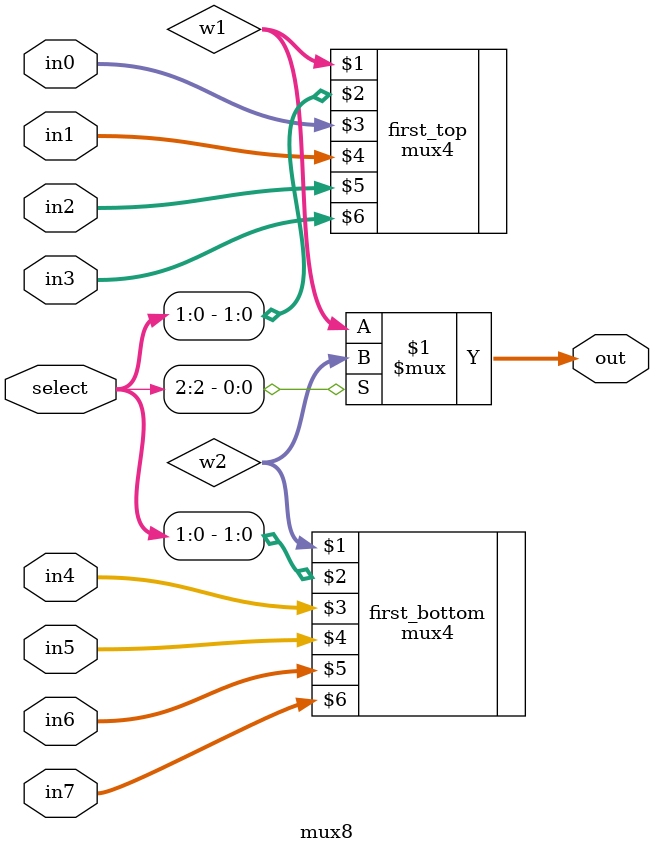
<source format=v>
module mux8 #(parameter WIDTH = 32) (out, select, in0, in1, in2, in3, in4, in5, in6, in7);
    input [2:0] select;
    input [WIDTH-1:0] in0, in1, in2, in3, in4, in5, in6, in7;
    output [WIDTH-1:0] out;
    wire [WIDTH-1:0] w1, w2;
    mux4 #(WIDTH) first_top(w1, select[1:0], in0, in1, in2, in3);
    mux4 #(WIDTH) first_bottom(w2, select[1:0], in4, in5, in6, in7);
    assign out = select[2] ? w2 : w1;
endmodule
</source>
